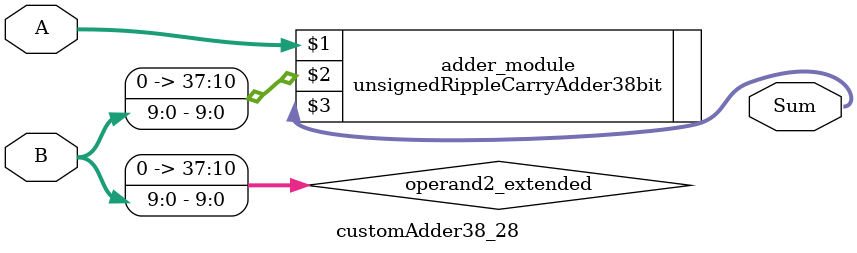
<source format=v>
module customAdder38_28(
                        input [37 : 0] A,
                        input [9 : 0] B,
                        
                        output [38 : 0] Sum
                );

        wire [37 : 0] operand2_extended;
        
        assign operand2_extended =  {28'b0, B};
        
        unsignedRippleCarryAdder38bit adder_module(
            A,
            operand2_extended,
            Sum
        );
        
        endmodule
        
</source>
